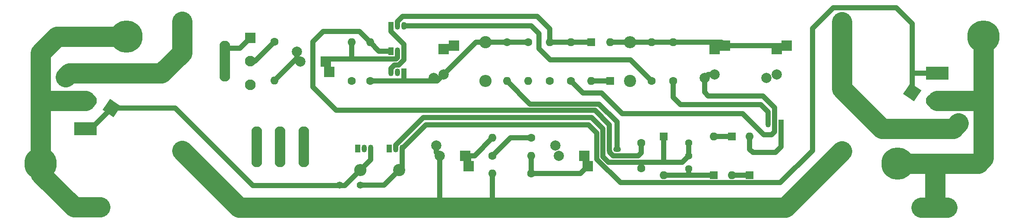
<source format=gbr>
%TF.GenerationSoftware,KiCad,Pcbnew,(6.0.0)*%
%TF.CreationDate,2022-07-31T17:52:24+01:00*%
%TF.ProjectId,Lynx AMP,4c796e78-2041-44d5-902e-6b696361645f,rev?*%
%TF.SameCoordinates,Original*%
%TF.FileFunction,Copper,L1,Top*%
%TF.FilePolarity,Positive*%
%FSLAX46Y46*%
G04 Gerber Fmt 4.6, Leading zero omitted, Abs format (unit mm)*
G04 Created by KiCad (PCBNEW (6.0.0)) date 2022-07-31 17:52:24*
%MOMM*%
%LPD*%
G01*
G04 APERTURE LIST*
G04 Aperture macros list*
%AMRoundRect*
0 Rectangle with rounded corners*
0 $1 Rounding radius*
0 $2 $3 $4 $5 $6 $7 $8 $9 X,Y pos of 4 corners*
0 Add a 4 corners polygon primitive as box body*
4,1,4,$2,$3,$4,$5,$6,$7,$8,$9,$2,$3,0*
0 Add four circle primitives for the rounded corners*
1,1,$1+$1,$2,$3*
1,1,$1+$1,$4,$5*
1,1,$1+$1,$6,$7*
1,1,$1+$1,$8,$9*
0 Add four rect primitives between the rounded corners*
20,1,$1+$1,$2,$3,$4,$5,0*
20,1,$1+$1,$4,$5,$6,$7,0*
20,1,$1+$1,$6,$7,$8,$9,0*
20,1,$1+$1,$8,$9,$2,$3,0*%
%AMRotRect*
0 Rectangle, with rotation*
0 The origin of the aperture is its center*
0 $1 length*
0 $2 width*
0 $3 Rotation angle, in degrees counterclockwise*
0 Add horizontal line*
21,1,$1,$2,0,0,$3*%
G04 Aperture macros list end*
%TA.AperFunction,ComponentPad*%
%ADD10RoundRect,0.250001X-0.799999X0.799999X-0.799999X-0.799999X0.799999X-0.799999X0.799999X0.799999X0*%
%TD*%
%TA.AperFunction,ComponentPad*%
%ADD11C,2.100000*%
%TD*%
%TA.AperFunction,ComponentPad*%
%ADD12C,1.600000*%
%TD*%
%TA.AperFunction,ComponentPad*%
%ADD13O,1.600000X1.600000*%
%TD*%
%TA.AperFunction,ComponentPad*%
%ADD14R,1.600000X1.600000*%
%TD*%
%TA.AperFunction,ComponentPad*%
%ADD15C,2.400000*%
%TD*%
%TA.AperFunction,ComponentPad*%
%ADD16O,2.400000X2.400000*%
%TD*%
%TA.AperFunction,ComponentPad*%
%ADD17R,2.000000X2.000000*%
%TD*%
%TA.AperFunction,ComponentPad*%
%ADD18C,2.000000*%
%TD*%
%TA.AperFunction,ComponentPad*%
%ADD19R,4.500000X2.500000*%
%TD*%
%TA.AperFunction,ComponentPad*%
%ADD20O,4.500000X2.500000*%
%TD*%
%TA.AperFunction,ComponentPad*%
%ADD21O,5.000000X2.100000*%
%TD*%
%TA.AperFunction,ComponentPad*%
%ADD22R,1.050000X1.500000*%
%TD*%
%TA.AperFunction,ComponentPad*%
%ADD23O,1.050000X1.500000*%
%TD*%
%TA.AperFunction,ComponentPad*%
%ADD24C,1.400000*%
%TD*%
%TA.AperFunction,ComponentPad*%
%ADD25RotRect,2.600000X2.600000X56.000000*%
%TD*%
%TA.AperFunction,ComponentPad*%
%ADD26C,2.600000*%
%TD*%
%TA.AperFunction,ComponentPad*%
%ADD27C,6.350000*%
%TD*%
%TA.AperFunction,ComponentPad*%
%ADD28C,1.440000*%
%TD*%
%TA.AperFunction,ComponentPad*%
%ADD29R,1.500000X1.050000*%
%TD*%
%TA.AperFunction,ComponentPad*%
%ADD30O,1.500000X1.050000*%
%TD*%
%TA.AperFunction,ComponentPad*%
%ADD31O,2.100000X5.000000*%
%TD*%
%TA.AperFunction,ComponentPad*%
%ADD32RotRect,2.600000X2.600000X236.000000*%
%TD*%
%TA.AperFunction,Conductor*%
%ADD33C,1.000000*%
%TD*%
%TA.AperFunction,Conductor*%
%ADD34C,4.000000*%
%TD*%
G04 APERTURE END LIST*
D10*
%TO.P,RV1,1,1*%
%TO.N,IN*%
X78974530Y-109152500D03*
D11*
%TO.P,RV1,2,2*%
%TO.N,Net-(R1-Pad1)*%
X78974530Y-113752500D03*
%TO.P,RV1,3,3*%
%TO.N,GND*%
X78974530Y-118352500D03*
%TD*%
D12*
%TO.P,R8,1*%
%TO.N,Net-(Q3-Pad2)*%
X134117219Y-128819802D03*
D13*
%TO.P,R8,2*%
%TO.N,Net-(C5-Pad1)*%
X126497219Y-128819802D03*
%TD*%
D14*
%TO.P,D5,1,K*%
%TO.N,Net-(D5-Pad1)*%
X173429011Y-128510319D03*
D13*
%TO.P,D5,2,A*%
%TO.N,Net-(D4-Pad1)*%
X173429011Y-136130319D03*
%TD*%
D15*
%TO.P,R15,1*%
%TO.N,Net-(Q11-Pad1)*%
X108197219Y-135135319D03*
D16*
%TO.P,R15,2*%
%TO.N,Net-(Q10-Pad1)*%
X100577219Y-135135319D03*
%TD*%
D12*
%TO.P,R6,1*%
%TO.N,Net-(C6-Pad2)*%
X133541344Y-110020000D03*
D13*
%TO.P,R6,2*%
%TO.N,GND*%
X133541344Y-117640000D03*
%TD*%
D15*
%TO.P,R16,1*%
%TO.N,OUT*%
X65575000Y-131340000D03*
D16*
%TO.P,R16,2*%
%TO.N,Net-(Q10-Pad2)*%
X65575000Y-105940000D03*
%TD*%
D17*
%TO.P,C2,1*%
%TO.N,Net-(C2-Pad1)*%
X144519685Y-132347969D03*
X145191829Y-134347969D03*
D18*
%TO.P,C2,2*%
%TO.N,GND*%
X139519685Y-132347969D03*
X138847541Y-130347969D03*
%TD*%
D15*
%TO.P,R13,1*%
%TO.N,Net-(C6-Pad2)*%
X125122016Y-110020000D03*
D16*
%TO.P,R13,2*%
%TO.N,-VDC*%
X125122016Y-117640000D03*
%TD*%
D19*
%TO.P,Q9,1,B*%
%TO.N,Net-(Q11-Pad1)*%
X213725000Y-116080289D03*
D20*
%TO.P,Q9,2,C*%
%TO.N,-VDC*%
X213725000Y-121530289D03*
%TO.P,Q9,3,E*%
%TO.N,Net-(Q11-Pad2)*%
X213725000Y-126980289D03*
%TD*%
D21*
%TO.P,J2,1,Pin_1*%
%TO.N,OUT*%
X131965000Y-142513814D03*
X128885000Y-142513814D03*
%TD*%
D12*
%TO.P,R11,1*%
%TO.N,Net-(C6-Pad2)*%
X129321792Y-110020000D03*
D13*
%TO.P,R11,2*%
%TO.N,Net-(Q4-Pad3)*%
X129321792Y-117640000D03*
%TD*%
D22*
%TO.P,Q7,1,C*%
%TO.N,-VDC*%
X106212219Y-130945319D03*
D23*
%TO.P,Q7,2,B*%
%TO.N,Net-(C3-Pad2)*%
X107482219Y-130945319D03*
%TO.P,Q7,3,E*%
%TO.N,Net-(Q11-Pad1)*%
X108752219Y-130945319D03*
%TD*%
D22*
%TO.P,Q6,1,C*%
%TO.N,+VDC*%
X100022219Y-130945319D03*
D23*
%TO.P,Q6,2,B*%
%TO.N,Net-(D4-Pad2)*%
X101292219Y-130945319D03*
%TO.P,Q6,3,E*%
%TO.N,Net-(Q10-Pad1)*%
X102562219Y-130945319D03*
%TD*%
D22*
%TO.P,Q2,1,C*%
%TO.N,Net-(Q1-Pad3)*%
X106607638Y-106790978D03*
D23*
%TO.P,Q2,2,B*%
%TO.N,Net-(D2-Pad1)*%
X107877638Y-106790978D03*
%TO.P,Q2,3,E*%
%TO.N,Net-(Q2-Pad3)*%
X109147638Y-106790978D03*
%TD*%
D19*
%TO.P,Q8,1,B*%
%TO.N,Net-(Q10-Pad1)*%
X46675000Y-127005289D03*
D20*
%TO.P,Q8,2,C*%
%TO.N,+VDC*%
X46675000Y-121555289D03*
%TO.P,Q8,3,E*%
%TO.N,Net-(Q10-Pad2)*%
X46675000Y-116105289D03*
%TD*%
D24*
%TO.P,TP1,1*%
%TO.N,Net-(Q10-Pad1)*%
X96517019Y-138150000D03*
%TD*%
D12*
%TO.P,R4,1*%
%TO.N,Net-(Q2-Pad3)*%
X157720224Y-117640000D03*
D13*
%TO.P,R4,2*%
%TO.N,Net-(C4-Pad1)*%
X157720224Y-110020000D03*
%TD*%
D14*
%TO.P,D2,1,K*%
%TO.N,Net-(D2-Pad1)*%
X145870896Y-110020000D03*
D13*
%TO.P,D2,2,A*%
%TO.N,Net-(D1-Pad1)*%
X145870896Y-117640000D03*
%TD*%
D12*
%TO.P,C3,1*%
%TO.N,Net-(C3-Pad1)*%
X155652409Y-129820319D03*
%TO.P,C3,2*%
%TO.N,Net-(C3-Pad2)*%
X155652409Y-134820319D03*
%TD*%
D17*
%TO.P,C1,1*%
%TO.N,Net-(C1-Pad1)*%
X93779707Y-113845000D03*
X94451851Y-115845000D03*
D18*
%TO.P,C1,2*%
%TO.N,Net-(C1-Pad2)*%
X88779707Y-113845000D03*
X88107563Y-111845000D03*
%TD*%
D25*
%TO.P,Q11,1,B*%
%TO.N,Net-(Q11-Pad1)*%
X208897630Y-119825000D03*
D26*
%TO.P,Q11,2,E*%
%TO.N,Net-(Q11-Pad2)*%
X217950720Y-125931387D03*
D27*
%TO.P,Q11,3,C*%
%TO.N,-VDC*%
X222866245Y-108861866D03*
X205978619Y-133898801D03*
%TD*%
D21*
%TO.P,J3,1,Pin_1*%
%TO.N,-VDC*%
X211610000Y-142513814D03*
X214690000Y-142513814D03*
%TD*%
D24*
%TO.P,TP2,*%
%TO.N,Net-(Q11-Pad1)*%
X100597942Y-138150000D03*
%TD*%
D14*
%TO.P,D3,1,K*%
%TO.N,Net-(C3-Pad2)*%
X160074011Y-128510319D03*
D13*
%TO.P,D3,2,A*%
%TO.N,Net-(D3-Pad2)*%
X160074011Y-136130319D03*
%TD*%
D28*
%TO.P,RV2,1,1*%
%TO.N,Net-(D3-Pad2)*%
X165009011Y-134870319D03*
%TO.P,RV2,2,2*%
%TO.N,Net-(C3-Pad2)*%
X165009011Y-132330319D03*
%TO.P,RV2,3,3*%
X165009011Y-129790319D03*
%TD*%
D17*
%TO.P,C7,1*%
%TO.N,Net-(C4-Pad1)*%
X184259552Y-110675179D03*
X182259552Y-111347323D03*
D18*
%TO.P,C7,2*%
%TO.N,GND*%
X180259552Y-117019467D03*
X182259552Y-116347323D03*
%TD*%
D14*
%TO.P,D4,1,K*%
%TO.N,Net-(D4-Pad1)*%
X176914011Y-136130319D03*
D13*
%TO.P,D4,2,A*%
%TO.N,Net-(D4-Pad2)*%
X176914011Y-128510319D03*
%TD*%
D22*
%TO.P,Q1,1,C*%
%TO.N,Net-(C3-Pad1)*%
X106604530Y-111750000D03*
D23*
%TO.P,Q1,2,B*%
%TO.N,Net-(C1-Pad1)*%
X107874530Y-111750000D03*
%TO.P,Q1,3,E*%
%TO.N,Net-(Q1-Pad3)*%
X109144530Y-111750000D03*
%TD*%
D17*
%TO.P,C6,1*%
%TO.N,GND*%
X116942229Y-111347323D03*
X118942229Y-110675179D03*
D18*
%TO.P,C6,2*%
%TO.N,Net-(C6-Pad2)*%
X114942229Y-117019467D03*
X116942229Y-116347323D03*
%TD*%
D29*
%TO.P,Q4,1,C*%
%TO.N,Net-(C3-Pad2)*%
X150902409Y-133590319D03*
D30*
%TO.P,Q4,2,B*%
%TO.N,Net-(C3-Pad1)*%
X150902409Y-132320319D03*
%TO.P,Q4,3,E*%
%TO.N,Net-(Q4-Pad3)*%
X150902409Y-131050319D03*
%TD*%
D14*
%TO.P,D6,1,K*%
%TO.N,Net-(D3-Pad2)*%
X169944011Y-136130319D03*
D13*
%TO.P,D6,2,A*%
%TO.N,Net-(D5-Pad1)*%
X169944011Y-128510319D03*
%TD*%
D22*
%TO.P,Q5,1,C*%
%TO.N,Net-(D4-Pad2)*%
X183150000Y-126030000D03*
D23*
%TO.P,Q5,2,B*%
%TO.N,Net-(C4-Pad2)*%
X181880000Y-126030000D03*
%TO.P,Q5,3,E*%
%TO.N,Net-(Q5-Pad3)*%
X180610000Y-126030000D03*
%TD*%
D21*
%TO.P,J4,1,Pin_1*%
%TO.N,+VDC*%
X48490000Y-142460426D03*
X45410000Y-142460426D03*
%TD*%
D12*
%TO.P,R9,1*%
%TO.N,Net-(Q3-Pad2)*%
X126497219Y-132320319D03*
D13*
%TO.P,R9,2*%
%TO.N,Net-(C2-Pad1)*%
X134117219Y-132320319D03*
%TD*%
D31*
%TO.P,J1,1,Pin_1*%
%TO.N,IN*%
X73944530Y-115275000D03*
X73944530Y-112195000D03*
%TD*%
D22*
%TO.P,Q3,1,C*%
%TO.N,Net-(C6-Pad2)*%
X109144530Y-115940000D03*
D23*
%TO.P,Q3,2,B*%
%TO.N,Net-(Q3-Pad2)*%
X107874530Y-115940000D03*
%TO.P,Q3,3,E*%
%TO.N,Net-(Q1-Pad3)*%
X106604530Y-115940000D03*
%TD*%
D31*
%TO.P,J7,1,Pin_1*%
%TO.N,GND*%
X80250000Y-129042820D03*
X80250000Y-132122820D03*
%TD*%
D12*
%TO.P,R1,1*%
%TO.N,Net-(R1-Pad1)*%
X83694530Y-109942500D03*
D13*
%TO.P,R1,2*%
%TO.N,Net-(C1-Pad2)*%
X83694530Y-117562500D03*
%TD*%
D31*
%TO.P,J6,1,Pin_1*%
%TO.N,GND*%
X89470000Y-132122820D03*
X89470000Y-129042820D03*
%TD*%
%TO.P,J5,1,Pin_1*%
%TO.N,GND*%
X84860000Y-132122820D03*
X84860000Y-129042820D03*
%TD*%
D12*
%TO.P,R5,1*%
%TO.N,GND*%
X137721344Y-117640000D03*
D13*
%TO.P,R5,2*%
%TO.N,Net-(D2-Pad1)*%
X137721344Y-110020000D03*
%TD*%
D32*
%TO.P,Q10,1,B*%
%TO.N,Net-(Q10-Pad1)*%
X51800109Y-122935667D03*
D26*
%TO.P,Q10,2,E*%
%TO.N,Net-(Q10-Pad2)*%
X42747019Y-116829280D03*
D27*
%TO.P,Q10,3,C*%
%TO.N,+VDC*%
X54719120Y-108861866D03*
X37831494Y-133898801D03*
%TD*%
D15*
%TO.P,R17,1*%
%TO.N,Net-(Q11-Pad2)*%
X195070000Y-106020000D03*
D16*
%TO.P,R17,2*%
%TO.N,OUT*%
X195070000Y-131420000D03*
%TD*%
D12*
%TO.P,R3,1*%
%TO.N,Net-(C6-Pad2)*%
X102522030Y-117655000D03*
D13*
%TO.P,R3,2*%
%TO.N,Net-(C3-Pad1)*%
X102522030Y-110035000D03*
%TD*%
D12*
%TO.P,R12,1*%
%TO.N,Net-(Q5-Pad3)*%
X161920000Y-117640000D03*
D13*
%TO.P,R12,2*%
%TO.N,Net-(C4-Pad1)*%
X161920000Y-110020000D03*
%TD*%
D12*
%TO.P,R10,1*%
%TO.N,Net-(C2-Pad1)*%
X134107219Y-135820837D03*
D13*
%TO.P,R10,2*%
%TO.N,OUT*%
X126487219Y-135820837D03*
%TD*%
D15*
%TO.P,R14,1*%
%TO.N,+VDC*%
X153520448Y-117640000D03*
D16*
%TO.P,R14,2*%
%TO.N,Net-(C4-Pad1)*%
X153520448Y-110020000D03*
%TD*%
D17*
%TO.P,C4,1*%
%TO.N,Net-(C4-Pad1)*%
X172099776Y-110675179D03*
X170099776Y-111347323D03*
D18*
%TO.P,C4,2*%
%TO.N,Net-(C4-Pad2)*%
X170099776Y-116347323D03*
X168099776Y-117019467D03*
%TD*%
D12*
%TO.P,R7,1*%
%TO.N,Net-(C4-Pad2)*%
X141921120Y-117640000D03*
D13*
%TO.P,R7,2*%
%TO.N,Net-(D2-Pad1)*%
X141921120Y-110020000D03*
%TD*%
D14*
%TO.P,D1,1,K*%
%TO.N,Net-(D1-Pad1)*%
X149570672Y-117640000D03*
D13*
%TO.P,D1,2,A*%
%TO.N,Net-(C4-Pad1)*%
X149570672Y-110020000D03*
%TD*%
D17*
%TO.P,C5,1*%
%TO.N,Net-(C5-Pad1)*%
X121109685Y-132347969D03*
X121781829Y-134347969D03*
D18*
%TO.P,C5,2*%
%TO.N,OUT*%
X115437541Y-130347969D03*
X116109685Y-132347969D03*
%TD*%
D12*
%TO.P,R2,1*%
%TO.N,GND*%
X98899530Y-117655000D03*
D13*
%TO.P,R2,2*%
%TO.N,Net-(C1-Pad1)*%
X98899530Y-110035000D03*
%TD*%
D33*
%TO.N,Net-(C1-Pad1)*%
X98899530Y-112700000D02*
X98899530Y-110035000D01*
X107874530Y-113014086D02*
X107597638Y-113290978D01*
X94333729Y-113290978D02*
X93779707Y-113845000D01*
X107874530Y-111750000D02*
X107874530Y-113014086D01*
X107597638Y-113290978D02*
X94333729Y-113290978D01*
%TO.N,Net-(C1-Pad2)*%
X88107563Y-111845000D02*
X88107563Y-113149467D01*
X88107563Y-113149467D02*
X83694530Y-117562500D01*
%TO.N,Net-(C2-Pad1)*%
X143718961Y-135820837D02*
X145191829Y-134347969D01*
X134117219Y-132320319D02*
X134117219Y-135810837D01*
X134107219Y-135820837D02*
X143718961Y-135820837D01*
%TO.N,Net-(C3-Pad1)*%
X91277638Y-109890978D02*
X91277638Y-118827638D01*
X100398008Y-107910978D02*
X93257638Y-107910978D01*
X150177655Y-132320319D02*
X149496240Y-131638904D01*
X155129511Y-132320319D02*
X150902409Y-132320319D01*
X146599510Y-123374510D02*
X95824510Y-123374510D01*
X149496240Y-131388904D02*
X149452889Y-131345553D01*
X93257638Y-107910978D02*
X91277638Y-109890978D01*
X106604530Y-111750000D02*
X104237030Y-111750000D01*
X104237030Y-111750000D02*
X102522030Y-110035000D01*
X149452889Y-126227889D02*
X146599510Y-123374510D01*
X150902409Y-132320319D02*
X150177655Y-132320319D01*
X102522030Y-110035000D02*
X100398008Y-107910978D01*
X95824510Y-123374510D02*
X91277638Y-118827638D01*
X149496240Y-131638904D02*
X149496240Y-131388904D01*
X155652409Y-129820319D02*
X155652409Y-131797421D01*
X155652409Y-131797421D02*
X155129511Y-132320319D01*
X149452889Y-131345553D02*
X149452889Y-126227889D01*
%TO.N,Net-(C3-Pad2)*%
X112940806Y-124800000D02*
X145925000Y-124800000D01*
X155652409Y-134820319D02*
X155652409Y-133593217D01*
X165009011Y-129790319D02*
X165009011Y-132330319D01*
X145925000Y-124800000D02*
X148184229Y-127059229D01*
X155652409Y-133593217D02*
X155649511Y-133590319D01*
X160444927Y-133590319D02*
X163749011Y-133590319D01*
X149251291Y-133590319D02*
X150902409Y-133590319D01*
X163749011Y-133590319D02*
X165009011Y-132330319D01*
X148184229Y-127059229D02*
X148184229Y-132523257D01*
X160074011Y-133219403D02*
X160444927Y-133590319D01*
X107482219Y-130258587D02*
X112940806Y-124800000D01*
X150902409Y-133590319D02*
X160444927Y-133590319D01*
X107482219Y-130945319D02*
X107482219Y-130258587D01*
X160074011Y-128510319D02*
X160074011Y-133219403D01*
X148184229Y-132523257D02*
X149251291Y-133590319D01*
%TO.N,Net-(C4-Pad1)*%
X184259552Y-110675179D02*
X172099776Y-110675179D01*
X171444597Y-110020000D02*
X172099776Y-110675179D01*
X149570672Y-110020000D02*
X171444597Y-110020000D01*
%TO.N,Net-(C4-Pad2)*%
X144281120Y-120000000D02*
X141921120Y-117640000D01*
X151975000Y-124075000D02*
X147900000Y-120000000D01*
X181880000Y-126030000D02*
X181880000Y-122870000D01*
X170099776Y-116347323D02*
X168771920Y-116347323D01*
X175575000Y-124075000D02*
X151975000Y-124075000D01*
X181275000Y-128225000D02*
X179725000Y-128225000D01*
X179725000Y-128225000D02*
X175575000Y-124075000D01*
X181880000Y-122870000D02*
X179560000Y-120550000D01*
X168830000Y-120550000D02*
X168099776Y-119819776D01*
X179560000Y-120550000D02*
X168830000Y-120550000D01*
X147900000Y-120000000D02*
X144281120Y-120000000D01*
X181880000Y-127620000D02*
X181275000Y-128225000D01*
X168099776Y-119819776D02*
X168099776Y-117019467D01*
X181880000Y-126030000D02*
X181880000Y-127620000D01*
X168771920Y-116347323D02*
X168099776Y-117019467D01*
%TO.N,Net-(C5-Pad1)*%
X121781829Y-134347969D02*
X121781829Y-133020113D01*
X122969052Y-132347969D02*
X126497219Y-128819802D01*
X121109685Y-132347969D02*
X122969052Y-132347969D01*
X121781829Y-133020113D02*
X121109685Y-132347969D01*
D34*
%TO.N,OUT*%
X76748814Y-142513814D02*
X65575000Y-131340000D01*
X183976186Y-142513814D02*
X195070000Y-131420000D01*
D33*
X115437541Y-130347969D02*
X115437541Y-131675825D01*
D34*
X115236186Y-142513814D02*
X76748814Y-142513814D01*
D33*
X126487219Y-135820837D02*
X126487219Y-141116033D01*
X116109685Y-141640315D02*
X115236186Y-142513814D01*
X115437541Y-131675825D02*
X116109685Y-132347969D01*
D34*
X127885000Y-142513814D02*
X183976186Y-142513814D01*
D33*
X116109685Y-132347969D02*
X116109685Y-141640315D01*
D34*
X132965000Y-142513814D02*
X115236186Y-142513814D01*
D33*
X126487219Y-141116033D02*
X127885000Y-142513814D01*
%TO.N,Net-(C6-Pad2)*%
X133541344Y-110020000D02*
X123269552Y-110020000D01*
X123269552Y-110020000D02*
X116942229Y-116347323D01*
X109144530Y-117430470D02*
X108920000Y-117655000D01*
X108920000Y-117655000D02*
X115634552Y-117655000D01*
X102522030Y-117655000D02*
X108920000Y-117655000D01*
X109144530Y-115940000D02*
X109144530Y-117430470D01*
X115634552Y-117655000D02*
X116942229Y-116347323D01*
%TO.N,Net-(D1-Pad1)*%
X145870896Y-117640000D02*
X149570672Y-117640000D01*
%TO.N,Net-(D2-Pad1)*%
X135250000Y-104900000D02*
X108875000Y-104900000D01*
X108875000Y-104900000D02*
X107877638Y-105897362D01*
X107877638Y-105897362D02*
X107877638Y-106790978D01*
X145870896Y-110020000D02*
X137721344Y-110020000D01*
X137721344Y-107371344D02*
X135250000Y-104900000D01*
X137721344Y-110020000D02*
X137721344Y-107371344D01*
%TO.N,Net-(D3-Pad2)*%
X164909511Y-136130319D02*
X160074011Y-136130319D01*
X169944011Y-136130319D02*
X164909511Y-136130319D01*
X165009011Y-136030819D02*
X164909511Y-136130319D01*
X165009011Y-134870319D02*
X165009011Y-136030819D01*
%TO.N,Net-(D4-Pad1)*%
X173429011Y-136130319D02*
X176914011Y-136130319D01*
%TO.N,Net-(D4-Pad2)*%
X176914011Y-128510319D02*
X176914011Y-131039403D01*
X181987389Y-131712611D02*
X183150000Y-130550000D01*
X177587219Y-131712611D02*
X181987389Y-131712611D01*
X183150000Y-130550000D02*
X183150000Y-126030000D01*
X176914011Y-131039403D02*
X177587219Y-131712611D01*
%TO.N,Net-(D5-Pad1)*%
X169944011Y-128510319D02*
X173429011Y-128510319D01*
%TO.N,IN*%
X73944530Y-116275000D02*
X73944530Y-111195000D01*
X73944530Y-111195000D02*
X76932030Y-111195000D01*
X76932030Y-111195000D02*
X78974530Y-109152500D01*
D34*
%TO.N,-VDC*%
X215211186Y-142513814D02*
X210610000Y-142513814D01*
X222866245Y-132808755D02*
X221776199Y-133898801D01*
X222505289Y-121530289D02*
X222866245Y-121891245D01*
X215690000Y-142513814D02*
X215211186Y-142513814D01*
X213326199Y-133898801D02*
X205978619Y-133898801D01*
X222866245Y-108861866D02*
X222866245Y-132808755D01*
X213326199Y-133898801D02*
X213326199Y-140628827D01*
X221776199Y-133898801D02*
X213326199Y-133898801D01*
X213725000Y-121530289D02*
X222505289Y-121530289D01*
%TO.N,+VDC*%
X37831494Y-121668506D02*
X37831494Y-119831494D01*
X42836866Y-108861866D02*
X41076122Y-108861866D01*
X37831494Y-133898801D02*
X37831494Y-121668506D01*
X37831494Y-133898801D02*
X37831494Y-135881920D01*
X37944711Y-121555289D02*
X37831494Y-121668506D01*
X42836866Y-108861866D02*
X54719120Y-108861866D01*
X37831494Y-119831494D02*
X37831494Y-112106494D01*
X41076122Y-108861866D02*
X37831494Y-112106494D01*
X46675000Y-121555289D02*
X37944711Y-121555289D01*
X49490000Y-142460426D02*
X44410000Y-142460426D01*
X37831494Y-135881920D02*
X44410000Y-142460426D01*
D33*
%TO.N,Net-(Q1-Pad3)*%
X109144530Y-111750000D02*
X109144530Y-110440966D01*
X106604530Y-115125000D02*
X106604530Y-115940000D01*
X106607638Y-107904074D02*
X106607638Y-106790978D01*
X109144530Y-113440450D02*
X108094491Y-114490489D01*
X108094491Y-114490489D02*
X107239041Y-114490489D01*
X107239041Y-114490489D02*
X106604530Y-115125000D01*
X109144530Y-111750000D02*
X109144530Y-113440450D01*
X109144530Y-110440966D02*
X106607638Y-107904074D01*
%TO.N,Net-(Q2-Pad3)*%
X135600000Y-111250000D02*
X135600000Y-108325000D01*
X135600000Y-108325000D02*
X134065978Y-106790978D01*
X137834888Y-113484888D02*
X135600000Y-111250000D01*
X153565112Y-113484888D02*
X137834888Y-113484888D01*
X134065978Y-106790978D02*
X109147638Y-106790978D01*
X157720224Y-117640000D02*
X153565112Y-113484888D01*
%TO.N,Net-(Q3-Pad2)*%
X129997736Y-128819802D02*
X126497219Y-132320319D01*
X134117219Y-128819802D02*
X129997736Y-128819802D01*
%TO.N,Net-(Q4-Pad3)*%
X129321792Y-117640000D02*
X133856792Y-122175000D01*
X133856792Y-122175000D02*
X147425000Y-122175000D01*
X147425000Y-122175000D02*
X150902409Y-125652409D01*
X150902409Y-131050319D02*
X150902409Y-125652409D01*
%TO.N,Net-(Q5-Pad3)*%
X180610000Y-126030000D02*
X180610000Y-123750000D01*
X161920000Y-120810000D02*
X163350000Y-122240000D01*
X163350000Y-122240000D02*
X179100000Y-122240000D01*
X161920000Y-117640000D02*
X161920000Y-120810000D01*
X179100000Y-122240000D02*
X180610000Y-123750000D01*
D34*
%TO.N,Net-(Q10-Pad2)*%
X61569711Y-116105289D02*
X46675000Y-116105289D01*
X46675000Y-116105289D02*
X43471010Y-116105289D01*
X43471010Y-116105289D02*
X42747019Y-116829280D01*
X65575000Y-105940000D02*
X65575000Y-112100000D01*
X65575000Y-112100000D02*
X61569711Y-116105289D01*
%TO.N,Net-(Q11-Pad2)*%
X202930289Y-126980289D02*
X213725000Y-126980289D01*
X213725000Y-126980289D02*
X216901818Y-126980289D01*
X216901818Y-126980289D02*
X217950720Y-125931387D01*
X195070000Y-119120000D02*
X202930289Y-126980289D01*
X195070000Y-106020000D02*
X195070000Y-119120000D01*
D33*
%TO.N,Net-(Q10-Pad1)*%
X102562219Y-133150319D02*
X100577219Y-135135319D01*
X79525000Y-138175000D02*
X97537538Y-138175000D01*
X51800109Y-122935667D02*
X64285667Y-122935667D01*
X97537538Y-138175000D02*
X100577219Y-135135319D01*
X102562219Y-130945319D02*
X102562219Y-133150319D01*
X47730487Y-127005289D02*
X51800109Y-122935667D01*
X64285667Y-122935667D02*
X79525000Y-138175000D01*
%TO.N,Net-(Q11-Pad1)*%
X208897630Y-115952370D02*
X209025549Y-116080289D01*
X146984719Y-127884719D02*
X146984719Y-133020111D01*
X193325000Y-103225000D02*
X205750000Y-103225000D01*
X189275000Y-131325000D02*
X189275000Y-107275000D01*
X208897630Y-115952370D02*
X208897630Y-119825000D01*
X189275000Y-107275000D02*
X193325000Y-103225000D01*
X208897630Y-106372630D02*
X208897630Y-115952370D01*
X108752219Y-134580319D02*
X108752219Y-130945319D01*
X113447538Y-126250000D02*
X145350000Y-126250000D01*
X108752219Y-130945319D02*
X113447538Y-126250000D01*
X100597942Y-138150000D02*
X105182538Y-138150000D01*
X108197219Y-135135319D02*
X108752219Y-134580319D01*
X151594438Y-137629830D02*
X182970170Y-137629830D01*
X205750000Y-103225000D02*
X208897630Y-106372630D01*
X182970170Y-137629830D02*
X189275000Y-131325000D01*
X209025549Y-116080289D02*
X213725000Y-116080289D01*
X145350000Y-126250000D02*
X146984719Y-127884719D01*
X105182538Y-138150000D02*
X108197219Y-135135319D01*
X146984719Y-133020111D02*
X151594438Y-137629830D01*
%TO.N,Net-(R1-Pad1)*%
X78974530Y-113752500D02*
X79884530Y-113752500D01*
X79884530Y-113752500D02*
X83694530Y-109942500D01*
%TD*%
M02*

</source>
